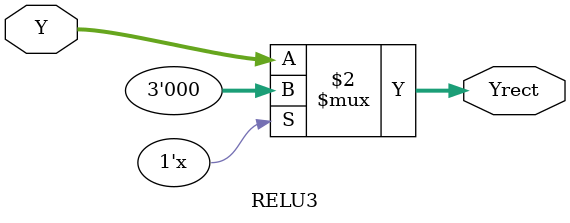
<source format=sv>
module RELU3(
  input [2:0] Y,
  output [2:0] Yrect
);


  //////////////////////////////////////////////////////////
  // Implement in dataflow verilog (an assign statement) //
  ////////////////////////////////////////////////////////
  assign Yrect = (Y[3] > 1'b0) ? 3'b000:
                                Y;
  
endmodule
  
</source>
